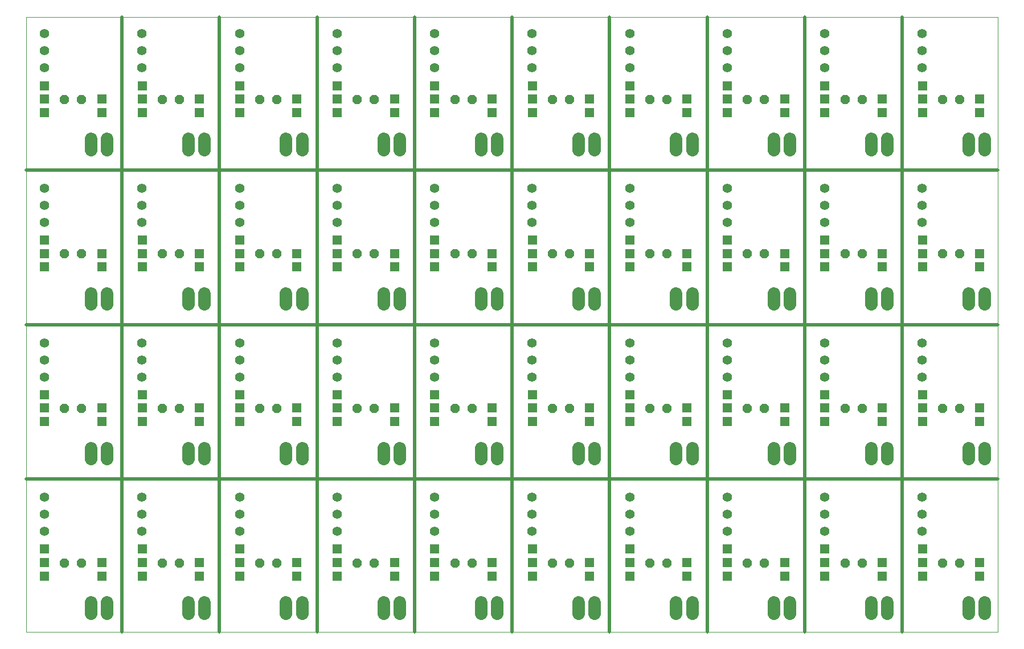
<source format=gbs>
G75*
%MOIN*%
%OFA0B0*%
%FSLAX24Y24*%
%IPPOS*%
%LPD*%
%AMOC8*
5,1,8,0,0,1.08239X$1,22.5*
%
%ADD10C,0.0000*%
%ADD11C,0.0197*%
%ADD12C,0.0552*%
%ADD13C,0.0730*%
%ADD14R,0.0552X0.0552*%
%ADD15OC8,0.0560*%
D10*
X000310Y000198D02*
X000310Y009155D01*
X000310Y018210D01*
X000310Y027265D01*
X000310Y036222D01*
X005920Y036222D01*
X011629Y036222D01*
X017338Y036222D01*
X023046Y036222D01*
X028755Y036222D01*
X034464Y036222D01*
X040172Y036222D01*
X045881Y036222D01*
X051590Y036222D01*
X057200Y036222D01*
X057200Y027265D01*
X057200Y018210D01*
X057200Y009155D01*
X057200Y000198D01*
X051590Y000198D01*
X045881Y000198D01*
X040172Y000198D01*
X034464Y000198D01*
X028755Y000198D01*
X023046Y000198D01*
X017338Y000198D01*
X011629Y000198D01*
X005920Y000198D01*
X000310Y000198D01*
D11*
X005920Y000198D02*
X005920Y036222D01*
X011629Y036222D02*
X011629Y000198D01*
X017338Y000198D02*
X017338Y036222D01*
X023046Y036222D02*
X023046Y000198D01*
X028755Y000198D02*
X028755Y036222D01*
X034464Y036222D02*
X034464Y000198D01*
X040172Y000198D02*
X040172Y036222D01*
X045881Y036222D02*
X045881Y000198D01*
X051590Y000198D02*
X051590Y036222D01*
X057200Y027265D02*
X000310Y027265D01*
X000310Y018210D02*
X057200Y018210D01*
X057200Y009155D02*
X000310Y009155D01*
D12*
X001386Y008088D03*
X001386Y007088D03*
X001386Y006088D03*
X007095Y006088D03*
X007095Y007088D03*
X007095Y008088D03*
X012803Y008088D03*
X012803Y007088D03*
X012803Y006088D03*
X018512Y006088D03*
X018512Y007088D03*
X018512Y008088D03*
X024221Y008088D03*
X024221Y007088D03*
X024221Y006088D03*
X029929Y006088D03*
X029929Y007088D03*
X029929Y008088D03*
X035638Y008088D03*
X035638Y007088D03*
X035638Y006088D03*
X041347Y006088D03*
X041347Y007088D03*
X041347Y008088D03*
X047055Y008088D03*
X047055Y007088D03*
X047055Y006088D03*
X052764Y006088D03*
X052764Y007088D03*
X052764Y008088D03*
X052764Y015143D03*
X052764Y016143D03*
X052764Y017143D03*
X047055Y017143D03*
X047055Y016143D03*
X047055Y015143D03*
X041347Y015143D03*
X041347Y016143D03*
X041347Y017143D03*
X035638Y017143D03*
X035638Y016143D03*
X035638Y015143D03*
X029929Y015143D03*
X029929Y016143D03*
X029929Y017143D03*
X024221Y017143D03*
X024221Y016143D03*
X024221Y015143D03*
X018512Y015143D03*
X018512Y016143D03*
X018512Y017143D03*
X012803Y017143D03*
X012803Y016143D03*
X012803Y015143D03*
X007095Y015143D03*
X007095Y016143D03*
X007095Y017143D03*
X001386Y017143D03*
X001386Y016143D03*
X001386Y015143D03*
X001386Y024199D03*
X001386Y025199D03*
X001386Y026199D03*
X007095Y026199D03*
X007095Y025199D03*
X007095Y024199D03*
X012803Y024199D03*
X012803Y025199D03*
X012803Y026199D03*
X018512Y026199D03*
X018512Y025199D03*
X018512Y024199D03*
X024221Y024199D03*
X024221Y025199D03*
X024221Y026199D03*
X029929Y026199D03*
X029929Y025199D03*
X029929Y024199D03*
X035638Y024199D03*
X035638Y025199D03*
X035638Y026199D03*
X041347Y026199D03*
X041347Y025199D03*
X041347Y024199D03*
X047055Y024199D03*
X047055Y025199D03*
X047055Y026199D03*
X052764Y026199D03*
X052764Y025199D03*
X052764Y024199D03*
X052764Y033254D03*
X052764Y034254D03*
X052764Y035254D03*
X047055Y035254D03*
X047055Y034254D03*
X047055Y033254D03*
X041347Y033254D03*
X041347Y034254D03*
X041347Y035254D03*
X035638Y035254D03*
X035638Y034254D03*
X035638Y033254D03*
X029929Y033254D03*
X029929Y034254D03*
X029929Y035254D03*
X024221Y035254D03*
X024221Y034254D03*
X024221Y033254D03*
X018512Y033254D03*
X018512Y034254D03*
X018512Y035254D03*
X012803Y035254D03*
X012803Y034254D03*
X012803Y033254D03*
X007095Y033254D03*
X007095Y034254D03*
X007095Y035254D03*
X001386Y035254D03*
X001386Y034254D03*
X001386Y033254D03*
D13*
X004110Y029082D02*
X004110Y028433D01*
X005051Y028433D02*
X005051Y029082D01*
X009819Y029082D02*
X009819Y028433D01*
X010759Y028433D02*
X010759Y029082D01*
X015527Y029082D02*
X015527Y028433D01*
X016468Y028433D02*
X016468Y029082D01*
X021236Y029082D02*
X021236Y028433D01*
X022177Y028433D02*
X022177Y029082D01*
X026945Y029082D02*
X026945Y028433D01*
X027885Y028433D02*
X027885Y029082D01*
X032653Y029082D02*
X032653Y028433D01*
X033594Y028433D02*
X033594Y029082D01*
X038362Y029082D02*
X038362Y028433D01*
X039303Y028433D02*
X039303Y029082D01*
X044071Y029082D02*
X044071Y028433D01*
X045011Y028433D02*
X045011Y029082D01*
X049779Y029082D02*
X049779Y028433D01*
X050720Y028433D02*
X050720Y029082D01*
X055488Y029082D02*
X055488Y028433D01*
X056429Y028433D02*
X056429Y029082D01*
X056429Y020027D02*
X056429Y019378D01*
X055488Y019378D02*
X055488Y020027D01*
X050720Y020027D02*
X050720Y019378D01*
X049779Y019378D02*
X049779Y020027D01*
X045011Y020027D02*
X045011Y019378D01*
X044071Y019378D02*
X044071Y020027D01*
X039303Y020027D02*
X039303Y019378D01*
X038362Y019378D02*
X038362Y020027D01*
X033594Y020027D02*
X033594Y019378D01*
X032653Y019378D02*
X032653Y020027D01*
X027885Y020027D02*
X027885Y019378D01*
X026945Y019378D02*
X026945Y020027D01*
X022177Y020027D02*
X022177Y019378D01*
X021236Y019378D02*
X021236Y020027D01*
X016468Y020027D02*
X016468Y019378D01*
X015527Y019378D02*
X015527Y020027D01*
X010759Y020027D02*
X010759Y019378D01*
X009819Y019378D02*
X009819Y020027D01*
X005051Y020027D02*
X005051Y019378D01*
X004110Y019378D02*
X004110Y020027D01*
X004110Y010972D02*
X004110Y010322D01*
X005051Y010322D02*
X005051Y010972D01*
X009819Y010972D02*
X009819Y010322D01*
X010759Y010322D02*
X010759Y010972D01*
X015527Y010972D02*
X015527Y010322D01*
X016468Y010322D02*
X016468Y010972D01*
X021236Y010972D02*
X021236Y010322D01*
X022177Y010322D02*
X022177Y010972D01*
X026945Y010972D02*
X026945Y010322D01*
X027885Y010322D02*
X027885Y010972D01*
X032653Y010972D02*
X032653Y010322D01*
X033594Y010322D02*
X033594Y010972D01*
X038362Y010972D02*
X038362Y010322D01*
X039303Y010322D02*
X039303Y010972D01*
X044071Y010972D02*
X044071Y010322D01*
X045011Y010322D02*
X045011Y010972D01*
X049779Y010972D02*
X049779Y010322D01*
X050720Y010322D02*
X050720Y010972D01*
X055488Y010972D02*
X055488Y010322D01*
X056429Y010322D02*
X056429Y010972D01*
X056429Y001917D02*
X056429Y001267D01*
X055488Y001267D02*
X055488Y001917D01*
X050720Y001917D02*
X050720Y001267D01*
X049779Y001267D02*
X049779Y001917D01*
X045011Y001917D02*
X045011Y001267D01*
X044071Y001267D02*
X044071Y001917D01*
X039303Y001917D02*
X039303Y001267D01*
X038362Y001267D02*
X038362Y001917D01*
X033594Y001917D02*
X033594Y001267D01*
X032653Y001267D02*
X032653Y001917D01*
X027885Y001917D02*
X027885Y001267D01*
X026945Y001267D02*
X026945Y001917D01*
X022177Y001917D02*
X022177Y001267D01*
X021236Y001267D02*
X021236Y001917D01*
X016468Y001917D02*
X016468Y001267D01*
X015527Y001267D02*
X015527Y001917D01*
X010759Y001917D02*
X010759Y001267D01*
X009819Y001267D02*
X009819Y001917D01*
X005051Y001917D02*
X005051Y001267D01*
X004110Y001267D02*
X004110Y001917D01*
D14*
X004743Y003470D03*
X004743Y004257D03*
X007105Y004257D03*
X007105Y003470D03*
X007105Y005045D03*
X010452Y004257D03*
X010452Y003470D03*
X012814Y003470D03*
X012814Y004257D03*
X012814Y005045D03*
X016160Y004257D03*
X016160Y003470D03*
X018523Y003470D03*
X018523Y004257D03*
X018523Y005045D03*
X021869Y004257D03*
X021869Y003470D03*
X024231Y003470D03*
X024231Y004257D03*
X024231Y005045D03*
X027578Y004257D03*
X027578Y003470D03*
X029940Y003470D03*
X029940Y004257D03*
X029940Y005045D03*
X033286Y004257D03*
X033286Y003470D03*
X035649Y003470D03*
X035649Y004257D03*
X035649Y005045D03*
X038995Y004257D03*
X038995Y003470D03*
X041357Y003470D03*
X041357Y004257D03*
X041357Y005045D03*
X044704Y004257D03*
X044704Y003470D03*
X047066Y003470D03*
X047066Y004257D03*
X047066Y005045D03*
X050412Y004257D03*
X050412Y003470D03*
X052775Y003470D03*
X052775Y004257D03*
X052775Y005045D03*
X056121Y004257D03*
X056121Y003470D03*
X056121Y012525D03*
X056121Y013313D03*
X052775Y013313D03*
X052775Y014100D03*
X052775Y012525D03*
X050412Y012525D03*
X050412Y013313D03*
X047066Y013313D03*
X047066Y014100D03*
X047066Y012525D03*
X044704Y012525D03*
X044704Y013313D03*
X041357Y013313D03*
X041357Y014100D03*
X041357Y012525D03*
X038995Y012525D03*
X038995Y013313D03*
X035649Y013313D03*
X035649Y014100D03*
X035649Y012525D03*
X033286Y012525D03*
X033286Y013313D03*
X029940Y013313D03*
X029940Y014100D03*
X029940Y012525D03*
X027578Y012525D03*
X027578Y013313D03*
X024231Y013313D03*
X024231Y014100D03*
X024231Y012525D03*
X021869Y012525D03*
X021869Y013313D03*
X018523Y013313D03*
X018523Y014100D03*
X018523Y012525D03*
X016160Y012525D03*
X016160Y013313D03*
X012814Y013313D03*
X012814Y014100D03*
X012814Y012525D03*
X010452Y012525D03*
X010452Y013313D03*
X007105Y013313D03*
X007105Y014100D03*
X007105Y012525D03*
X004743Y012525D03*
X004743Y013313D03*
X001397Y013313D03*
X001397Y014100D03*
X001397Y012525D03*
X001397Y005045D03*
X001397Y004257D03*
X001397Y003470D03*
X001397Y021580D03*
X001397Y022368D03*
X001397Y023155D03*
X004743Y022368D03*
X004743Y021580D03*
X007105Y021580D03*
X007105Y022368D03*
X007105Y023155D03*
X010452Y022368D03*
X010452Y021580D03*
X012814Y021580D03*
X012814Y022368D03*
X012814Y023155D03*
X016160Y022368D03*
X016160Y021580D03*
X018523Y021580D03*
X018523Y022368D03*
X018523Y023155D03*
X021869Y022368D03*
X021869Y021580D03*
X024231Y021580D03*
X024231Y022368D03*
X024231Y023155D03*
X027578Y022368D03*
X027578Y021580D03*
X029940Y021580D03*
X029940Y022368D03*
X029940Y023155D03*
X033286Y022368D03*
X033286Y021580D03*
X035649Y021580D03*
X035649Y022368D03*
X035649Y023155D03*
X038995Y022368D03*
X038995Y021580D03*
X041357Y021580D03*
X041357Y022368D03*
X041357Y023155D03*
X044704Y022368D03*
X044704Y021580D03*
X047066Y021580D03*
X047066Y022368D03*
X047066Y023155D03*
X050412Y022368D03*
X050412Y021580D03*
X052775Y021580D03*
X052775Y022368D03*
X052775Y023155D03*
X056121Y022368D03*
X056121Y021580D03*
X056121Y030635D03*
X056121Y031423D03*
X052775Y031423D03*
X052775Y032210D03*
X052775Y030635D03*
X050412Y030635D03*
X050412Y031423D03*
X047066Y031423D03*
X047066Y032210D03*
X047066Y030635D03*
X044704Y030635D03*
X044704Y031423D03*
X041357Y031423D03*
X041357Y032210D03*
X041357Y030635D03*
X038995Y030635D03*
X038995Y031423D03*
X035649Y031423D03*
X035649Y032210D03*
X035649Y030635D03*
X033286Y030635D03*
X033286Y031423D03*
X029940Y031423D03*
X029940Y032210D03*
X029940Y030635D03*
X027578Y030635D03*
X027578Y031423D03*
X024231Y031423D03*
X024231Y032210D03*
X024231Y030635D03*
X021869Y030635D03*
X021869Y031423D03*
X018523Y031423D03*
X018523Y032210D03*
X018523Y030635D03*
X016160Y030635D03*
X016160Y031423D03*
X012814Y031423D03*
X012814Y032210D03*
X012814Y030635D03*
X010452Y030635D03*
X010452Y031423D03*
X007105Y031423D03*
X007105Y032210D03*
X007105Y030635D03*
X004743Y030635D03*
X004743Y031423D03*
X001397Y031423D03*
X001397Y032210D03*
X001397Y030635D03*
D15*
X002566Y031399D03*
X003566Y031399D03*
X008275Y031399D03*
X009275Y031399D03*
X013983Y031399D03*
X014983Y031399D03*
X019692Y031399D03*
X020692Y031399D03*
X025401Y031399D03*
X026401Y031399D03*
X031109Y031399D03*
X032109Y031399D03*
X036818Y031399D03*
X037818Y031399D03*
X042527Y031399D03*
X043527Y031399D03*
X048235Y031399D03*
X049235Y031399D03*
X053944Y031399D03*
X054944Y031399D03*
X054944Y022344D03*
X053944Y022344D03*
X049235Y022344D03*
X048235Y022344D03*
X043527Y022344D03*
X042527Y022344D03*
X037818Y022344D03*
X036818Y022344D03*
X032109Y022344D03*
X031109Y022344D03*
X026401Y022344D03*
X025401Y022344D03*
X020692Y022344D03*
X019692Y022344D03*
X014983Y022344D03*
X013983Y022344D03*
X009275Y022344D03*
X008275Y022344D03*
X003566Y022344D03*
X002566Y022344D03*
X002566Y013289D03*
X003566Y013289D03*
X008275Y013289D03*
X009275Y013289D03*
X013983Y013289D03*
X014983Y013289D03*
X019692Y013289D03*
X020692Y013289D03*
X025401Y013289D03*
X026401Y013289D03*
X031109Y013289D03*
X032109Y013289D03*
X036818Y013289D03*
X037818Y013289D03*
X042527Y013289D03*
X043527Y013289D03*
X048235Y013289D03*
X049235Y013289D03*
X053944Y013289D03*
X054944Y013289D03*
X054944Y004234D03*
X053944Y004234D03*
X049235Y004234D03*
X048235Y004234D03*
X043527Y004234D03*
X042527Y004234D03*
X037818Y004234D03*
X036818Y004234D03*
X032109Y004234D03*
X031109Y004234D03*
X026401Y004234D03*
X025401Y004234D03*
X020692Y004234D03*
X019692Y004234D03*
X014983Y004234D03*
X013983Y004234D03*
X009275Y004234D03*
X008275Y004234D03*
X003566Y004234D03*
X002566Y004234D03*
M02*

</source>
